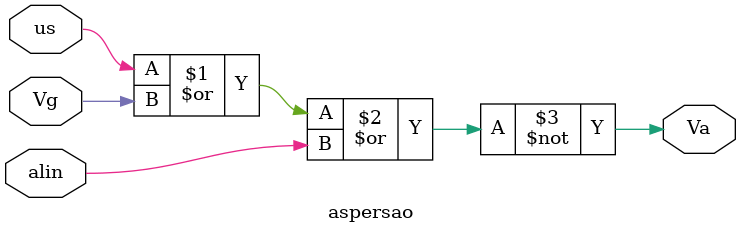
<source format=v>
module aspersao(us, Vg, alin, Va);

	// Declaraçao das portas
	input us, Vg, alin;
	output Va;

	// Logica do circuito
	nor nor0 (Va, us, Vg, alin);

endmodule
</source>
